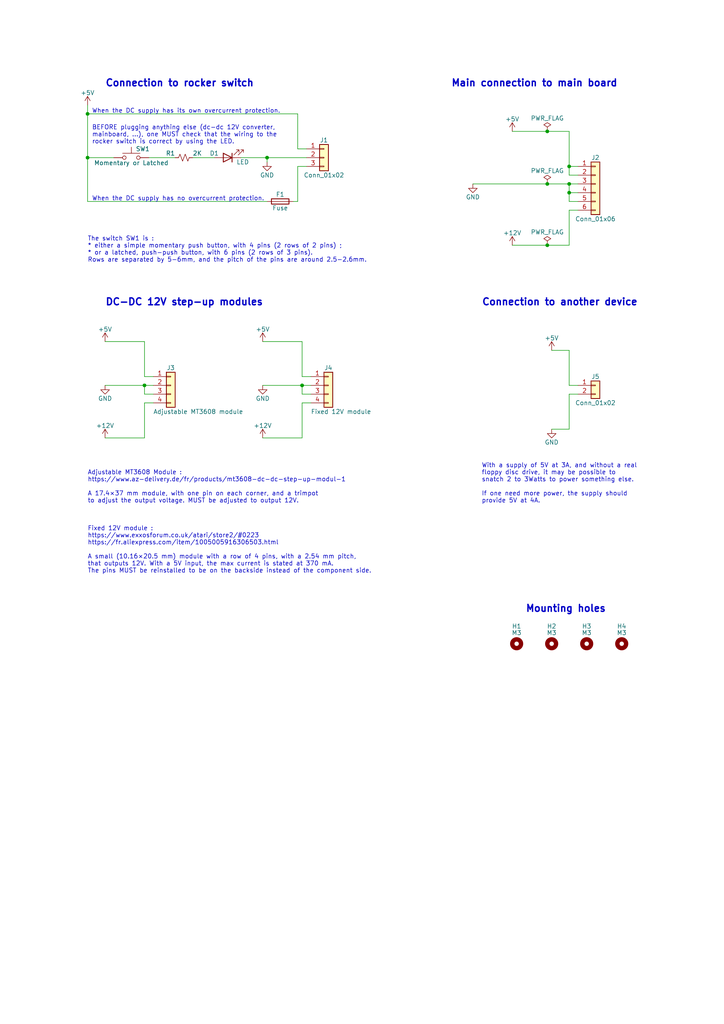
<source format=kicad_sch>
(kicad_sch (version 20211123) (generator eeschema)
  (paper "A4" portrait)
  (title_block (title "DC5V for the Atari STF") (date "2023-08-22") (rev "v1.0.0-DRAFT") (company "Sporniket") (comment 4 "https://github.com/sporniket/dc5v-for-atari-stf"))
  (lib_symbols
    (symbol "Connector_Generic:Conn_01x02" (pin_names (offset 1.016) hide)
      (property "Reference" "J" (at 0 2.54 0))
      (property "Value" "Conn_01x02" (at 0 -5.08 0))
      (symbol "Conn_01x02_1_1"
        (rectangle (start -1.27 -2.413) (end 0 -2.667) (stroke (width 0.1524)))
        (rectangle (start -1.27 0.127) (end 0 -0.127) (stroke (width 0.1524)))
        (rectangle (start -1.27 1.27) (end 1.27 -3.81) (stroke (width 0.254)) (fill (type background)))
        (pin passive line (at -5.08 0 0) (length 3.81) (name "Pin_1") (number "1"))
        (pin passive line (at -5.08 -2.54 0) (length 3.81) (name "Pin_2") (number "2"))
      )
    )
    (symbol "Connector_Generic:Conn_01x03" (pin_names (offset 1.016) hide)
      (property "Reference" "J" (at 0 5.08 0))
      (property "Value" "Conn_01x03" (at 0 -5.08 0))
      (symbol "Conn_01x03_1_1"
        (rectangle (start -1.27 -2.413) (end 0 -2.667) (stroke (width 0.1524)))
        (rectangle (start -1.27 0.127) (end 0 -0.127) (stroke (width 0.1524)))
        (rectangle (start -1.27 2.667) (end 0 2.413) (stroke (width 0.1524)))
        (rectangle (start -1.27 3.81) (end 1.27 -3.81) (stroke (width 0.254)) (fill (type background)))
        (pin passive line (at -5.08 2.54 0) (length 3.81) (name "Pin_1") (number "1"))
        (pin passive line (at -5.08 0 0) (length 3.81) (name "Pin_2") (number "2"))
        (pin passive line (at -5.08 -2.54 0) (length 3.81) (name "Pin_3") (number "3"))
      )
    )
    (symbol "Connector_Generic:Conn_01x04" (pin_names (offset 1.016) hide)
      (property "Reference" "J" (at 0 5.08 0))
      (property "Value" "Conn_01x04" (at 0 -7.62 0))
      (symbol "Conn_01x04_1_1"
        (rectangle (start -1.27 -4.953) (end 0 -5.207) (stroke (width 0.1524)))
        (rectangle (start -1.27 -2.413) (end 0 -2.667) (stroke (width 0.1524)))
        (rectangle (start -1.27 0.127) (end 0 -0.127) (stroke (width 0.1524)))
        (rectangle (start -1.27 2.667) (end 0 2.413) (stroke (width 0.1524)))
        (rectangle (start -1.27 3.81) (end 1.27 -6.35) (stroke (width 0.254)) (fill (type background)))
        (pin passive line (at -5.08 2.54 0) (length 3.81) (name "Pin_1") (number "1"))
        (pin passive line (at -5.08 0 0) (length 3.81) (name "Pin_2") (number "2"))
        (pin passive line (at -5.08 -2.54 0) (length 3.81) (name "Pin_3") (number "3"))
        (pin passive line (at -5.08 -5.08 0) (length 3.81) (name "Pin_4") (number "4"))
      )
    )
    (symbol "Connector_Generic:Conn_01x06" (pin_names (offset 1.016) hide)
      (property "Reference" "J" (at 0 7.62 0))
      (property "Value" "Conn_01x06" (at 0 -10.16 0))
      (symbol "Conn_01x06_1_1"
        (rectangle (start -1.27 -7.493) (end 0 -7.747) (stroke (width 0.1524)))
        (rectangle (start -1.27 -4.953) (end 0 -5.207) (stroke (width 0.1524)))
        (rectangle (start -1.27 -2.413) (end 0 -2.667) (stroke (width 0.1524)))
        (rectangle (start -1.27 0.127) (end 0 -0.127) (stroke (width 0.1524)))
        (rectangle (start -1.27 2.667) (end 0 2.413) (stroke (width 0.1524)))
        (rectangle (start -1.27 5.207) (end 0 4.953) (stroke (width 0.1524)))
        (rectangle (start -1.27 6.35) (end 1.27 -8.89) (stroke (width 0.254)) (fill (type background)))
        (pin passive line (at -5.08 5.08 0) (length 3.81) (name "Pin_1") (number "1"))
        (pin passive line (at -5.08 2.54 0) (length 3.81) (name "Pin_2") (number "2"))
        (pin passive line (at -5.08 0 0) (length 3.81) (name "Pin_3") (number "3"))
        (pin passive line (at -5.08 -2.54 0) (length 3.81) (name "Pin_4") (number "4"))
        (pin passive line (at -5.08 -5.08 0) (length 3.81) (name "Pin_5") (number "5"))
        (pin passive line (at -5.08 -7.62 0) (length 3.81) (name "Pin_6") (number "6"))
      )
    )
    (symbol "Device:Fuse" (pin_numbers hide) (pin_names (offset 0))
      (property "Reference" "F" (at 2.032 0 90))
      (property "Value" "Fuse" (at -1.905 0 90))
      (symbol "Fuse_0_1"
        (rectangle (start -0.762 -2.54) (end 0.762 2.54) (stroke (width 0.254)))
        (polyline (pts (xy 0 2.54) (xy 0 -2.54)))
      )
      (symbol "Fuse_1_1"
        (pin passive line (at 0 3.81 270) (length 1.27) (name "~") (number "1"))
        (pin passive line (at 0 -3.81 90) (length 1.27) (name "~") (number "2"))
      )
    )
    (symbol "Device:LED" (pin_numbers hide) (pin_names (offset 1.016) hide)
      (property "Reference" "D" (at 0 2.54 0))
      (property "Value" "LED" (at 0 -2.54 0))
      (symbol "LED_0_1"
        (polyline (pts (xy -1.27 -1.27) (xy -1.27 1.27)) (stroke (width 0.254)))
        (polyline (pts (xy -1.27 0) (xy 1.27 0)))
        (polyline (pts (xy 1.27 -1.27) (xy 1.27 1.27) (xy -1.27 0) (xy 1.27 -1.27)) (stroke (width 0.254)))
        (polyline (pts (xy -3.048 -0.762) (xy -4.572 -2.286) (xy -3.81 -2.286) (xy -4.572 -2.286) (xy -4.572 -1.524)))
        (polyline (pts (xy -1.778 -0.762) (xy -3.302 -2.286) (xy -2.54 -2.286) (xy -3.302 -2.286) (xy -3.302 -1.524)))
      )
      (symbol "LED_1_1"
        (pin passive line (at -3.81 0 0) (length 2.54) (name "K") (number "1"))
        (pin passive line (at 3.81 0 180) (length 2.54) (name "A") (number "2"))
      )
    )
    (symbol "Device:R_Small_US" (pin_numbers hide) (pin_names (offset 0.254) hide)
      (property "Reference" "R" (at 0.762 0.508 0))
      (property "Value" "R_Small_US" (at 0.762 -1.016 0))
      (symbol "R_Small_US_1_1"
        (polyline (pts (xy 0 0) (xy 1.016 -0.381) (xy 0 -0.762) (xy -1.016 -1.143) (xy 0 -1.524)))
        (polyline (pts (xy 0 1.524) (xy 1.016 1.143) (xy 0 0.762) (xy -1.016 0.381) (xy 0 0)))
        (pin passive line (at 0 2.54 270) (length 1.016) (name "~") (number "1"))
        (pin passive line (at 0 -2.54 90) (length 1.016) (name "~") (number "2"))
      )
    )
    (symbol "Mechanical:MountingHole" (pin_names (offset 1.016))
      (property "Reference" "H" (at 0 5.08 0))
      (property "Value" "MountingHole" (at 0 3.175 0))
      (symbol "MountingHole_0_1"
        (circle (center 0 0) (radius 1.27) (stroke (width 1.27)))
      )
    )
    (symbol "Switch:SW_Push" (pin_numbers hide) (pin_names (offset 1.016) hide)
      (property "Reference" "SW" (at 1.27 2.54 0))
      (property "Value" "SW_Push" (at 0 -1.524 0))
      (symbol "SW_Push_0_1"
        (circle (center -2.032 0) (radius 0.508))
        (polyline (pts (xy 0 1.27) (xy 0 3.048)))
        (polyline (pts (xy 2.54 1.27) (xy -2.54 1.27)))
        (circle (center 2.032 0) (radius 0.508))
        (pin passive line (at -5.08 0 0) (length 2.54) (name "1") (number "1"))
        (pin passive line (at 5.08 0 180) (length 2.54) (name "2") (number "2"))
      )
    )
    (symbol "power:+12V" (power) (pin_names (offset 0))
      (property "Value" "+12V" (at 0 3.556 0))
      (symbol "+12V_0_1"
        (polyline (pts (xy -0.762 1.27) (xy 0 2.54)))
        (polyline (pts (xy 0 0) (xy 0 2.54)))
        (polyline (pts (xy 0 2.54) (xy 0.762 1.27)))
      )
      (symbol "+12V_1_1"
        (pin power_in line (at 0 0 90) (length 0) hide (name "+12V") (number "1"))
      )
    )
    (symbol "power:+5V" (power) (pin_names (offset 0))
      (property "Value" "+5V" (at 0 3.556 0))
      (symbol "+5V_0_1"
        (polyline (pts (xy -0.762 1.27) (xy 0 2.54)))
        (polyline (pts (xy 0 0) (xy 0 2.54)))
        (polyline (pts (xy 0 2.54) (xy 0.762 1.27)))
      )
      (symbol "+5V_1_1"
        (pin power_in line (at 0 0 90) (length 0) hide (name "+5V") (number "1"))
      )
    )
    (symbol "power:GND" (power) (pin_names (offset 0))
      (property "Value" "GND" (at 0 -3.81 0))
      (symbol "GND_0_1"
        (polyline (pts (xy 0 0) (xy 0 -1.27) (xy 1.27 -1.27) (xy 0 -2.54) (xy -1.27 -1.27) (xy 0 -1.27)))
      )
      (symbol "GND_1_1"
        (pin power_in line (at 0 0 270) (length 0) hide (name "GND") (number "1"))
      )
    )
    (symbol "power:PWR_FLAG" (power) (pin_numbers hide) (pin_names (offset 0) hide)
      (property "Value" "PWR_FLAG" (at 0 3.81 0))
      (symbol "PWR_FLAG_0_0"
        (pin power_out line (at 0 0 90) (length 0) (name "pwr") (number "1"))
      )
      (symbol "PWR_FLAG_0_1"
        (polyline (pts (xy 0 0) (xy 0 1.27) (xy -1.016 1.905) (xy 0 2.54) (xy 1.016 1.905) (xy 0 1.27)))
      )
    )
  )
  (junction (at 165.1 53.34))
  (junction (at 158.75 71.12))
  (junction (at 41.91 111.76))
  (junction (at 87.63 111.76))
  (junction (at 158.75 53.34))
  (junction (at 158.75 38.1))
  (junction (at 165.1 55.88))
  (junction (at 25.4 45.72))
  (junction (at 25.4 33.02))
  (junction (at 77.47 45.72))
  (junction (at 165.1 48.26))
  (wire (pts (xy 87.63 114.3) (xy 90.17 114.3)))
  (wire (pts (xy 25.4 45.72) (xy 33.02 45.72)))
  (wire (pts (xy 41.91 99.06) (xy 30.48 99.06)))
  (wire (pts (xy 25.4 30.48) (xy 25.4 33.02)))
  (wire (pts (xy 44.45 109.22) (xy 41.91 109.22)))
  (wire (pts (xy 167.64 114.3) (xy 165.1 114.3)))
  (wire (pts (xy 137.16 53.34) (xy 158.75 53.34)))
  (wire (pts (xy 87.63 99.06) (xy 76.2 99.06)))
  (wire (pts (xy 148.59 38.1) (xy 158.75 38.1)))
  (wire (pts (xy 41.91 111.76) (xy 44.45 111.76)))
  (wire (pts (xy 85.09 58.42) (xy 86.36 58.42)))
  (wire (pts (xy 41.91 114.3) (xy 41.91 111.76)))
  (wire (pts (xy 25.4 58.42) (xy 77.47 58.42)))
  (wire (pts (xy 87.63 116.84) (xy 87.63 127)))
  (wire (pts (xy 41.91 109.22) (xy 41.91 99.06)))
  (wire (pts (xy 87.63 114.3) (xy 87.63 111.76)))
  (wire (pts (xy 30.48 111.76) (xy 41.91 111.76)))
  (wire (pts (xy 87.63 127) (xy 76.2 127)))
  (wire (pts (xy 158.75 53.34) (xy 165.1 53.34)))
  (wire (pts (xy 88.9 48.26) (xy 86.36 48.26)))
  (wire (pts (xy 25.4 58.42) (xy 25.4 45.72)))
  (wire (pts (xy 165.1 124.46) (xy 160.02 124.46)))
  (wire (pts (xy 167.64 58.42) (xy 165.1 58.42)))
  (wire (pts (xy 88.9 43.18) (xy 86.36 43.18)))
  (wire (pts (xy 148.59 71.12) (xy 158.75 71.12)))
  (wire (pts (xy 165.1 114.3) (xy 165.1 124.46)))
  (wire (pts (xy 165.1 48.26) (xy 165.1 38.1)))
  (wire (pts (xy 44.45 116.84) (xy 41.91 116.84)))
  (wire (pts (xy 25.4 33.02) (xy 25.4 45.72)))
  (wire (pts (xy 86.36 48.26) (xy 86.36 58.42)))
  (wire (pts (xy 87.63 109.22) (xy 90.17 109.22)))
  (wire (pts (xy 87.63 111.76) (xy 90.17 111.76)))
  (wire (pts (xy 69.85 45.72) (xy 77.47 45.72)))
  (wire (pts (xy 165.1 50.8) (xy 165.1 48.26)))
  (wire (pts (xy 165.1 111.76) (xy 165.1 101.6)))
  (wire (pts (xy 165.1 55.88) (xy 165.1 53.34)))
  (wire (pts (xy 41.91 116.84) (xy 41.91 127)))
  (wire (pts (xy 25.4 33.02) (xy 86.36 33.02)))
  (wire (pts (xy 77.47 45.72) (xy 88.9 45.72)))
  (wire (pts (xy 165.1 101.6) (xy 160.02 101.6)))
  (wire (pts (xy 165.1 38.1) (xy 158.75 38.1)))
  (wire (pts (xy 87.63 116.84) (xy 90.17 116.84)))
  (wire (pts (xy 76.2 111.76) (xy 87.63 111.76)))
  (wire (pts (xy 55.88 45.72) (xy 62.23 45.72)))
  (wire (pts (xy 165.1 53.34) (xy 167.64 53.34)))
  (wire (pts (xy 87.63 109.22) (xy 87.63 99.06)))
  (wire (pts (xy 165.1 71.12) (xy 165.1 60.96)))
  (wire (pts (xy 77.47 45.72) (xy 77.47 46.99)))
  (wire (pts (xy 41.91 127) (xy 30.48 127)))
  (wire (pts (xy 44.45 114.3) (xy 41.91 114.3)))
  (wire (pts (xy 165.1 58.42) (xy 165.1 55.88)))
  (wire (pts (xy 86.36 33.02) (xy 86.36 43.18)))
  (wire (pts (xy 165.1 48.26) (xy 167.64 48.26)))
  (wire (pts (xy 43.18 45.72) (xy 50.8 45.72)))
  (wire (pts (xy 165.1 60.96) (xy 167.64 60.96)))
  (wire (pts (xy 165.1 55.88) (xy 167.64 55.88)))
  (wire (pts (xy 167.64 111.76) (xy 165.1 111.76)))
  (wire (pts (xy 158.75 71.12) (xy 165.1 71.12)))
  (wire (pts (xy 167.64 50.8) (xy 165.1 50.8)))
  (text "The switch SW1 is :\n* either a simple momentary push button, with 4 pins (2 rows of 2 pins) ;\n* or a latched, push-push button, with 6 pins (2 rows of 3 pins).\nRows are separated by 5-6mm, and the pitch of the pins are around 2.5-2.6mm." (at 25.4 76.2 0) (effects (font (size 1.27 1.27)) (justify left bottom)))
  (text "Mounting holes" (at 152.4 177.8 0) (effects (font (size 2 2) (thickness 0.4) bold) (justify left bottom)))
  (text "With a supply of 5V at 3A, and without a real\nfloppy disc drive, it may be possible to\nsnatch 2 to 3Watts to power something else.\n\nIf one need more power, the supply should \nprovide 5V at 4A." (at 139.7 146.05 0) (effects (font (size 1.27 1.27)) (justify left bottom)))
  (text "DC-DC 12V step-up modules" (at 30.48 88.9 0) (effects (font (size 2 2) (thickness 0.4) bold) (justify left bottom)))
  (text "Connection to rocker switch" (at 30.48 25.4 0) (effects (font (size 2 2) (thickness 0.4) bold) (justify left bottom)))
  (text "BEFORE plugging anything else (dc-dc 12V converter,\nmainboard, ...), one MUST check that the wiring to the\nrocker switch is correct by using the LED." (at 26.67 41.91 0) (effects (font (size 1.27 1.27)) (justify left bottom)))
  (text "Main connection to main board" (at 130.81 25.4 0) (effects (font (size 2 2) (thickness 0.4) bold) (justify left bottom)))
  (text "When the DC supply has its own overcurrent protection." (at 26.67 33.02 0) (effects (font (size 1.27 1.27)) (justify left bottom)))
  (text "Connection to another device" (at 139.7 88.9 0) (effects (font (size 2 2) (thickness 0.4) bold) (justify left bottom)))
  (text "Adjustable MT3608 Module : \nhttps://www.az-delivery.de/fr/products/mt3608-dc-dc-step-up-modul-1\n\nA 17.4×37 mm module, with one pin on each corner, and a trimpot\nto adjust the output voltage. MUST be adjusted to output 12V." (at 25.4 146.05 0) (effects (font (size 1.27 1.27)) (justify left bottom)))
  (text "Fixed 12V module :\nhttps://www.exxosforum.co.uk/atari/store2/#0223\nhttps://fr.aliexpress.com/item/1005005916306503.html\n\nA small (10.16×20.5 mm) module with a row of 4 pins, with a 2.54 mm pitch,\nthat outputs 12V. With a 5V input, the max current is stated at 370 mA.\nThe pins MUST be reinstalled to be on the backside instead of the component side." (at 25.4 166.37 0) (effects (font (size 1.27 1.27)) (justify left bottom)))
  (text "When the DC supply has no overcurrent protection." (at 26.67 58.42 0) (effects (font (size 1.27 1.27)) (justify left bottom)))
  (symbol (lib_id "power:PWR_FLAG") (at 158.75 53.34 0) (unit 1)
    (property "Reference" "#FLG02" (effects hide))
    (property "Value" "PWR_FLAG" (at 158.75 49.53 0))
  )
  (symbol (lib_id "power:+5V") (at 148.59 38.1 0) (unit 1)
    (property "Reference" "#PWR02" (effects hide))
    (property "Value" "+5V" (at 148.59 34.544 0))
  )
  (symbol (lib_id "power:PWR_FLAG") (at 158.75 38.1 0) (unit 1)
    (property "Reference" "#FLG01" (effects hide))
    (property "Value" "PWR_FLAG" (at 158.75 34.29 0))
  )
  (symbol (lib_id "power:+5V") (at 25.4 30.48 0) (unit 1)
    (property "Reference" "#PWR01" (effects hide))
    (property "Value" "+5V" (at 25.4 26.924 0))
  )
  (symbol (lib_id "power:+12V") (at 148.59 71.12 0) (unit 1)
    (property "Reference" "#PWR05" (effects hide))
    (property "Value" "+12V" (at 148.59 67.564 0))
  )
  (symbol (lib_id "Connector_Generic:Conn_01x04") (at 49.53 111.76 0) (unit 1)
    (property "Reference" "J3" (at 49.53 106.68 0))
    (property "Value" "Adjustable MT3608 module" (at 44.45 119.38 0) (effects (justify left)))
    (property "Footprint" "assemblies_power_modules:module_mt3608_ajustable_output" (effects hide))
  )
  (symbol (lib_id "Mechanical:MountingHole") (at 149.86 186.69 0) (unit 1)
    (property "Reference" "H1" (at 149.86 181.61 0))
    (property "Value" "M3" (at 149.86 183.515 0))
    (property "Footprint" "MountingHole:MountingHole_3.5mm" (effects hide))
  )
  (symbol (lib_id "power:GND") (at 77.47 46.99 0) (unit 1)
    (property "Reference" "#PWR03" (effects hide))
    (property "Value" "GND" (at 77.47 50.8 0))
  )
  (symbol (lib_id "Mechanical:MountingHole") (at 160.02 186.69 0) (unit 1)
    (property "Reference" "H2" (at 160.02 181.61 0))
    (property "Value" "M3" (at 160.02 183.515 0))
    (property "Footprint" "MountingHole:MountingHole_3.5mm" (effects hide))
  )
  (symbol (lib_id "Connector_Generic:Conn_01x06") (at 172.72 53.34 0) (unit 1)
    (property "Reference" "J2" (at 172.72 45.72 0))
    (property "Value" "Conn_01x06" (at 172.72 63.5 0))
    (property "Footprint" "Connector_PinHeader_2.54mm:PinHeader_1x06_P2.54mm_Vertical" (effects hide))
  )
  (symbol (lib_id "power:GND") (at 160.02 124.46 0) (unit 1)
    (property "Reference" "#PWR011" (effects hide))
    (property "Value" "GND" (at 160.02 128.27 0))
  )
  (symbol (lib_id "power:GND") (at 30.48 111.76 0) (unit 1)
    (property "Reference" "#PWR09" (effects hide))
    (property "Value" "GND" (at 30.48 115.57 0))
  )
  (symbol (lib_id "Mechanical:MountingHole") (at 170.18 186.69 0) (unit 1)
    (property "Reference" "H3" (at 170.18 181.61 0))
    (property "Value" "M3" (at 170.18 183.515 0))
    (property "Footprint" "MountingHole:MountingHole_3.5mm" (effects hide))
  )
  (symbol (lib_id "Connector_Generic:Conn_01x02") (at 172.72 111.76 0) (unit 1)
    (property "Reference" "J5" (at 172.72 109.22 0))
    (property "Value" "Conn_01x02" (at 172.72 116.84 0))
    (property "Footprint" "Connector_PinHeader_2.54mm:PinHeader_1x02_P2.54mm_Vertical" (effects hide))
  )
  (symbol (lib_id "Connector_Generic:Conn_01x04") (at 95.25 111.76 0) (unit 1)
    (property "Reference" "J4" (at 95.25 106.68 0))
    (property "Value" "Fixed 12V module" (at 90.17 119.38 0) (effects (justify left)))
    (property "Footprint" "assemblies_power_modules:module_dc_dc_step_up_12V_W10.16mm_H20.5mm_PinSocket_1x04_P2.54mm_Horizontal" (effects hide))
  )
  (symbol (lib_id "power:+5V") (at 76.2 99.06 0) (unit 1)
    (property "Reference" "#PWR013" (effects hide))
    (property "Value" "+5V" (at 76.2 95.504 0))
  )
  (symbol (lib_id "Connector_Generic:Conn_01x03") (at 93.98 45.72 0) (unit 1)
    (property "Reference" "J1" (at 93.98 40.64 0))
    (property "Value" "Conn_01x02" (at 93.98 50.8 0))
    (property "Footprint" "commons-interconnect_THT:Fixed_Terminal_Blocks_Wurth_Elektronik_Serie_4122_7.00mm_Screwless_45degrees_1x02" (effects hide))
  )
  (symbol (lib_id "Switch:SW_Push") (at 38.1 45.72 0) (unit 1)
    (property "Reference" "SW1" (at 39.37 43.18 0) (effects (justify left)))
    (property "Value" "Momentary or Latched" (at 38.1 47.244 0))
    (property "Footprint" "commons-interconnect_THT:combined_push_button_4pins_X_latched_button_6pins__2rows_W5_6mm_pitch_2.5_2.6mm" (effects hide))
  )
  (symbol (lib_id "Mechanical:MountingHole") (at 180.34 186.69 0) (unit 1)
    (property "Reference" "H4" (at 180.34 181.61 0))
    (property "Value" "M3" (at 180.34 183.515 0))
    (property "Footprint" "MountingHole:MountingHole_3.5mm" (effects hide))
  )
  (symbol (lib_id "power:GND") (at 76.2 111.76 0) (unit 1)
    (property "Reference" "#PWR010" (effects hide))
    (property "Value" "GND" (at 76.2 115.57 0))
  )
  (symbol (lib_id "power:+5V") (at 30.48 99.06 0) (unit 1)
    (property "Reference" "#PWR012" (effects hide))
    (property "Value" "+5V" (at 30.48 95.504 0))
  )
  (symbol (lib_id "Device:LED") (at 66.04 45.72 180) (unit 1)
    (property "Reference" "D1" (at 63.5 44.45 0) (effects (justify left)))
    (property "Value" "LED" (at 68.58 46.99 0) (effects (justify right)))
    (property "Footprint" "LED_THT:LED_D3.0mm" (effects hide))
  )
  (symbol (lib_id "power:+5V") (at 160.02 101.6 0) (unit 1)
    (property "Reference" "#PWR08" (effects hide))
    (property "Value" "+5V" (at 160.02 98.044 0))
  )
  (symbol (lib_id "power:+12V") (at 76.2 127 0) (unit 1)
    (property "Reference" "#PWR07" (effects hide))
    (property "Value" "+12V" (at 76.2 123.444 0))
  )
  (symbol (lib_id "Device:Fuse") (at 81.28 58.42 90) (unit 1)
    (property "Reference" "F1" (at 81.28 56.388 90))
    (property "Value" "Fuse" (at 81.28 60.325 90))
  )
  (symbol (lib_id "Device:R_Small_US") (at 53.34 45.72 90) (unit 1)
    (property "Reference" "R1" (at 50.8 44.45 90) (effects (justify left)))
    (property "Value" "2K" (at 55.88 44.45 90) (effects (justify right)))
    (property "Footprint" "commons-passives_THT:Passive_THT_resistor_W2.54mm_L12.70mm" (effects hide))
  )
  (symbol (lib_id "power:GND") (at 137.16 53.34 0) (unit 1)
    (property "Reference" "#PWR04" (effects hide))
    (property "Value" "GND" (at 137.16 57.15 0))
  )
  (symbol (lib_id "power:PWR_FLAG") (at 158.75 71.12 0) (unit 1)
    (property "Reference" "#FLG03" (effects hide))
    (property "Value" "PWR_FLAG" (at 158.75 67.31 0))
  )
  (symbol (lib_id "power:+12V") (at 30.48 127 0) (unit 1)
    (property "Reference" "#PWR06" (effects hide))
    (property "Value" "+12V" (at 30.48 123.444 0))
  )
)
</source>
